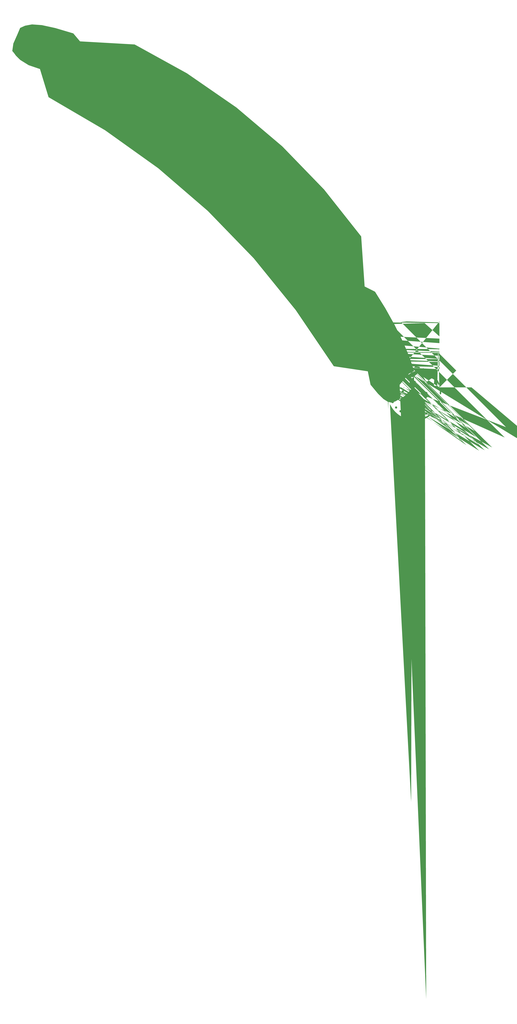
<source format=gbr>
%TF.GenerationSoftware,KiCad,Pcbnew,8.0.5*%
%TF.CreationDate,2024-12-13T13:51:08-05:00*%
%TF.ProjectId,GRRCoaster,47525243-6f61-4737-9465-722e6b696361,rev?*%
%TF.SameCoordinates,Original*%
%TF.FileFunction,Soldermask,Top*%
%TF.FilePolarity,Negative*%
%FSLAX46Y46*%
G04 Gerber Fmt 4.6, Leading zero omitted, Abs format (unit mm)*
G04 Created by KiCad (PCBNEW 8.0.5) date 2024-12-13 13:51:08*
%MOMM*%
%LPD*%
G01*
G04 APERTURE LIST*
G04 Aperture macros list*
%AMFreePoly0*
4,1,84,41.241995,49.128846,42.775100,49.066957,44.137777,48.972647,45.241887,48.846624,45.303193,48.837260,46.453861,48.646993,47.295166,48.476554,47.876142,48.308927,48.245821,48.127099,48.453236,47.914055,48.533664,47.716276,48.559805,47.105540,48.332448,46.647554,47.980326,46.445300,47.625689,46.428998,47.017726,46.471818,46.256924,46.564919,45.785595,46.638409,44.402104,46.820137,42.764160,46.951913,
40.974358,47.031956,39.135291,47.058487,37.349557,47.029724,35.719749,46.943887,34.594784,46.832631,30.843583,46.179497,27.232746,45.195673,23.770279,43.885081,20.464192,42.251642,17.322492,40.299275,14.353187,38.031902,11.764317,35.654832,9.207587,32.852895,6.964887,29.874846,5.036877,26.721754,3.424220,23.394690,2.242074,20.249645,1.499172,17.755886,0.954273,15.371896,0.589849,12.984470,
0.388367,10.480401,0.331886,7.914654,0.347541,6.564395,0.397012,5.328421,0.489015,4.104257,0.632266,2.789426,0.835483,1.281454,0.977905,0.319850,1.016512,-0.219354,0.899764,-0.579115,0.709567,-0.806037,0.262664,-1.130911,-0.160079,-1.123590,-0.561426,-0.871986,-0.769792,-0.647981,-0.944553,-0.314554,-1.097496,0.176991,-1.240406,0.875349,-1.385066,1.829216,-1.543264,3.087287,
-1.565618,3.277249,-1.822577,6.982069,-1.736572,10.697381,-1.316888,14.391736,-0.572809,18.033681,0.486381,21.591765,1.851397,25.034536,3.512955,28.330544,5.461771,31.448336,7.565836,34.210638,10.226593,37.117001,13.092208,39.728423,16.153700,42.039924,19.402091,44.046525,22.828399,45.743245,26.423645,47.125106,30.178848,48.187128,34.085029,48.924330,34.104965,48.927198,35.168105,49.038033,
36.501519,49.112908,38.017065,49.152530,39.626604,49.157606,41.241995,49.128846,41.241995,49.128846,$1*%
%AMFreePoly1*
4,1,70,-0.131838,1.367689,0.265498,1.015845,0.694977,0.365692,0.990318,-0.191067,2.751284,-3.306300,4.823492,-6.261480,7.218508,-9.072449,8.264317,-10.154833,11.066844,-12.710404,14.049181,-14.954600,17.203320,-16.883499,20.521255,-18.493181,23.994975,-19.779725,27.616474,-20.739210,31.094784,-21.332632,32.753455,-21.485408,34.636807,-21.560768,36.634532,-21.561187,38.636322,-21.489141,40.531868,-21.347103,
42.210864,-21.137551,42.584398,-21.074806,46.289112,-20.235819,49.846291,-19.068198,53.256904,-17.571561,56.521922,-15.745526,57.137050,-15.354069,58.017641,-14.816646,58.676349,-14.506987,59.162477,-14.415663,59.525326,-14.533241,59.809344,-14.842841,59.980209,-15.228059,59.947649,-15.605713,59.683770,-16.014246,59.160676,-16.492102,58.350473,-17.077726,58.034914,-17.288306,55.475548,-18.801824,52.654784,-20.159211,
49.647032,-21.334863,46.526703,-22.303174,43.368207,-23.038540,40.245955,-23.515355,39.805948,-23.560996,38.300381,-23.666314,36.601095,-23.717277,34.848784,-23.713954,33.184145,-23.656413,31.865958,-23.557178,28.060966,-22.991762,24.354177,-22.088977,20.767098,-20.858771,17.321236,-19.311087,14.038098,-17.455874,10.939191,-15.303076,8.046022,-12.862639,7.385713,-12.236256,4.765579,-9.491567,2.494155,-6.679196,
0.564682,-3.790171,-0.682954,-1.526241,-1.135484,-0.570827,-1.394165,0.134846,-1.464494,0.641150,-1.351966,0.998454,-1.062077,1.257129,-0.991023,1.297352,-0.537267,1.451450,-0.131838,1.367689,-0.131838,1.367689,$1*%
%AMFreePoly2*
4,1,200,36.429915,13.462803,36.590039,13.351834,36.661022,13.245674,36.759742,12.887684,36.723247,12.707936,36.541745,12.537108,36.124158,12.195763,35.524723,11.726733,34.797679,11.172848,34.439008,10.904108,32.299798,9.264703,29.979868,7.399926,27.458954,5.293223,25.346467,3.476952,24.472159,2.709749,23.468475,1.816864,22.377402,0.836764,21.240924,-0.192080,20.101025,-1.231200,18.999691,-2.242126,
17.978906,-3.186389,17.080655,-4.025521,16.346922,-4.721051,15.819693,-5.234512,15.648743,-5.408735,15.052804,-6.033809,15.446153,-6.788464,15.734642,-7.701475,15.683961,-8.624777,15.299626,-9.481867,15.246493,-9.556348,14.851937,-10.090015,16.556812,-11.825504,16.891561,-12.169758,17.458640,-12.757223,18.241486,-13.570619,19.223535,-14.592664,20.388224,-15.806078,21.718989,-17.193579,23.199267,-18.737887,
24.812495,-20.421720,26.542108,-22.227799,28.371543,-24.138841,30.284237,-26.137567,32.263626,-28.206695,34.293147,-30.328944,34.709625,-30.764540,36.731992,-32.879724,38.697609,-34.935381,40.590808,-36.915135,42.395921,-38.802607,44.097282,-40.581421,45.679221,-42.235200,47.126072,-43.747568,48.422165,-45.102146,49.551835,-46.282558,50.499412,-47.272428,51.249229,-48.055378,51.785618,-48.615031,52.092912,-48.935010,
52.134278,-48.977886,52.679800,-49.581279,53.005307,-50.060865,53.172361,-50.517598,53.212780,-50.746566,53.314567,-51.505446,50.894950,-53.925064,50.038621,-54.775883,49.390427,-55.401682,48.907817,-55.836207,48.548238,-56.113206,48.269141,-56.266428,48.027975,-56.329618,47.852206,-56.338298,47.303844,-56.270266,46.852972,-56.115326,46.849110,-56.113121,46.677730,-55.965419,46.260910,-55.581975,45.613119,-54.976549,
44.748826,-54.162902,43.682498,-53.154796,42.428605,-51.965992,41.001615,-50.610251,39.415997,-49.101334,37.686217,-47.453002,35.826746,-45.679018,33.852052,-43.793141,31.776602,-41.809133,29.614866,-39.740756,27.381312,-37.601770,26.696212,-36.945305,6.923283,-17.996282,6.389812,-18.390695,5.802074,-18.665316,5.063354,-18.795487,4.305825,-18.779117,3.661658,-18.614113,3.379494,-18.438357,3.140133,-18.244048,
2.946056,-18.219074,2.689654,-18.391648,2.348796,-18.708570,1.897643,-19.159181,1.245620,-19.839131,0.430075,-20.707469,-0.511645,-21.723245,-1.542192,-22.845508,-2.624216,-24.033307,-3.720371,-25.245692,-4.793308,-26.441713,-5.805678,-27.580420,-6.720134,-28.620861,-7.274290,-29.259826,-9.038933,-31.335280,-10.713857,-33.357121,-12.256002,-35.272041,-13.622307,-37.026732,-14.559574,-38.278974,-15.117917,-39.025103,
-15.524124,-39.513781,-15.826599,-39.786867,-16.073748,-39.886220,-16.313977,-39.853701,-16.360992,-39.836776,-16.519322,-39.714435,-16.599098,-39.468963,-16.596064,-39.056836,-16.505960,-38.434530,-16.324531,-37.558519,-16.047518,-36.385279,-16.007281,-36.220944,-14.718105,-31.716000,-13.085476,-27.285098,-11.123688,-22.959601,-8.847034,-18.770873,-6.269809,-14.750276,-6.131602,-14.551774,-5.566803,-13.750445,-5.038669,-13.013199,
-4.599401,-12.412088,-4.301195,-12.019162,-4.259145,-11.967135,-3.834747,-11.454129,-4.354366,-10.862315,-4.861854,-10.050693,-5.021842,-9.185295,-4.831427,-8.307927,-4.583631,-7.796176,-4.332503,-7.395955,-4.288165,-7.342427,-4.178798,-7.163652,-4.219811,-6.959254,-4.449923,-6.658113,-4.907854,-6.189107,-4.925532,-6.171684,-5.408416,-5.640981,-5.726868,-5.179481,-5.822695,-4.904156,-5.716323,-4.665384,
-5.420287,-4.190841,-4.969207,-3.526712,-4.397703,-2.719184,-3.740395,-1.814445,-3.031902,-0.858682,-2.306845,0.101920,-1.599843,1.021171,-0.945516,1.852887,-0.378485,2.550879,0.066632,3.068961,0.355214,3.360945,0.394647,3.390509,0.746997,3.538927,1.126706,3.501318,1.583711,3.251824,2.167949,2.764588,2.802293,2.143784,3.951395,0.973956,4.513641,1.316801,5.355899,1.631596,
6.270411,1.640310,7.159464,1.354534,7.778015,0.929575,7.975132,0.774320,8.164764,0.739275,8.427674,0.851990,8.844626,1.140013,9.219149,1.421154,12.818081,3.952912,16.620490,6.266879,20.571352,8.336605,24.615644,10.135638,28.698342,11.637528,32.764424,12.815823,33.087944,12.895460,34.257754,13.174488,35.128085,13.365956,35.747709,13.474644,36.165395,13.505333,36.429915,13.462803,
36.429915,13.462803,$1*%
%AMFreePoly3*
4,1,45,-0.231823,4.010025,0.367078,3.872777,1.136590,3.671384,2.001110,3.428227,2.885036,3.165687,3.712766,2.906144,4.408697,2.671978,4.897228,2.485571,5.094896,2.379469,5.204740,2.139687,5.374874,1.612642,5.586789,0.862633,5.821972,-0.046042,5.976644,-0.683251,6.651533,-3.535761,5.049217,-5.154665,4.192439,-5.996773,3.527202,-6.590561,3.014118,-6.964253,2.613799,-7.146073,
2.286858,-7.164243,2.254063,-7.157550,2.055606,-7.013252,1.646890,-6.641254,1.063837,-6.076918,0.342368,-5.355602,-0.481594,-4.512665,-1.303738,-3.655458,-2.332283,-2.566602,-3.131508,-1.702482,-3.726570,-1.032790,-4.142623,-0.527221,-4.404822,-0.155465,-4.538323,0.112785,-4.569411,0.279092,-4.518195,0.538132,-4.338712,0.848565,-3.992205,1.256999,-3.439921,1.810042,-2.789483,2.419657,
-1.877958,3.228250,-1.193295,3.763515,-0.731310,4.028569,-0.584512,4.060748,-0.231823,4.010025,-0.231823,4.010025,$1*%
%AMFreePoly4*
4,1,47,-0.234494,0.876837,0.366711,0.619430,1.156522,0.228168,2.077968,-0.266063,3.074079,-0.832377,4.087884,-1.439887,5.062412,-2.057709,5.371885,-2.262752,8.341823,-4.464572,11.121412,-6.946779,13.679999,-9.673320,15.986930,-12.608143,18.011549,-15.715198,19.723204,-18.958430,19.907252,-19.357562,20.379812,-20.427144,20.696990,-21.227643,20.870725,-21.809050,20.912956,-22.221355,20.835622,-22.514550,
20.703044,-22.689662,20.290990,-22.917244,19.780161,-22.980376,19.337444,-22.870749,19.206015,-22.764185,19.058243,-22.511175,18.808387,-22.008506,18.495980,-21.337803,18.268103,-20.827660,16.599127,-17.467833,14.635755,-14.312906,12.384904,-11.370259,9.853492,-8.647271,7.048435,-6.151319,3.976650,-3.889784,0.645055,-1.870044,0.343263,-1.706064,-0.453333,-1.266862,-0.982113,-0.941929,-1.298782,-0.686986,
-1.459045,-0.457752,-1.516694,-0.227581,-1.437117,0.317884,-1.127714,0.753156,-0.676793,0.964144,-0.590123,0.969503,-0.234494,0.876837,-0.234494,0.876837,$1*%
%AMFreePoly5*
4,1,26,1.378748,2.325515,1.587675,2.052557,1.648659,1.819604,1.605728,1.428271,1.447181,0.821254,1.161314,-0.058749,1.149359,-0.093736,0.744375,-1.183684,0.375812,-1.944481,0.016927,-2.401678,-0.359024,-2.580829,-0.778786,-2.507484,-1.152115,-2.292623,-1.376444,-2.101937,-1.496969,-1.873491,-1.507365,-1.546690,-1.401312,-1.060937,-1.172484,-0.355638,-0.859959,0.507139,-0.535262,1.355720,
-0.283280,1.924112,-0.067586,2.275480,0.148245,2.472988,0.320469,2.554075,0.898835,2.610789,1.378748,2.325515,1.378748,2.325515,$1*%
%AMFreePoly6*
4,1,233,-24.555698,15.868867,-24.476524,15.848980,-24.309259,15.670949,-23.988980,15.229565,-23.546600,14.571272,-23.013031,13.742516,-22.419187,12.789743,-22.184076,12.404707,-21.514062,11.305192,-20.998390,10.475220,-20.606342,9.875210,-20.307202,9.465579,-20.070253,9.206748,-19.864777,9.059135,-19.660059,8.983159,-19.504640,8.952054,-18.994004,8.860050,-18.611556,8.780567,-18.585106,8.774038,-18.370208,8.861618,
-17.921251,9.145452,-17.283045,9.593676,-16.500397,10.174428,-15.618116,10.855843,-15.269730,11.131611,-14.116197,12.037602,-13.210306,12.718338,-12.530877,13.188436,-12.056726,13.462510,-11.766671,13.555175,-11.756964,13.555311,-11.381436,13.467562,-10.812042,13.237236,-10.130811,12.909126,-9.419772,12.528026,-8.760954,12.138731,-8.236388,11.786032,-7.928101,11.514726,-7.884154,11.440483,-7.870582,11.172778,
-7.887702,10.604624,-7.932180,9.794243,-8.000682,8.799860,-8.089872,7.679697,-8.118814,7.343262,-8.449697,3.560283,-7.773231,2.862733,-7.096764,2.165183,-3.248382,2.349027,-1.850469,2.406915,-0.704658,2.435810,0.160667,2.435613,0.717121,2.406223,0.917130,2.363701,1.149865,2.118107,1.470843,1.625518,1.835822,0.973983,2.200562,0.251546,2.520821,-0.453744,2.752358,-1.053841,
2.850931,-1.460699,2.851774,-1.486537,2.768033,-1.761348,2.504553,-2.197004,2.042942,-2.818429,1.364809,-3.650547,0.554965,-4.599268,-0.172514,-5.440743,-0.830740,-6.204728,-1.378638,-6.843336,-1.775130,-7.308684,-1.979141,-7.552887,-1.984658,-7.559834,-2.133549,-7.936307,-2.131038,-8.542088,-2.104648,-8.761107,-1.981824,-9.654143,1.319201,-11.836115,2.287991,-12.484094,3.152592,-13.076895,
3.868155,-13.582575,4.389830,-13.969193,4.672766,-14.204806,4.709475,-14.250667,4.717314,-14.528799,4.661393,-15.066568,4.558141,-15.772367,4.423989,-16.554587,4.275365,-17.321620,4.128698,-17.981857,4.000418,-18.443690,3.929233,-18.601251,3.711193,-18.699527,3.194989,-18.861441,2.434144,-19.072392,1.482180,-19.317782,0.392620,-19.583010,-0.053882,-19.687708,-1.308943,-19.980816,-2.260096,-20.210819,
-2.954847,-20.394063,-3.440702,-20.546895,-3.765166,-20.685659,-3.975746,-20.826703,-4.119947,-20.986373,-4.205818,-21.116337,-4.416125,-21.479785,-4.552239,-21.814280,-4.605905,-22.173774,-4.568868,-22.612215,-4.432870,-23.183554,-4.189657,-23.941742,-3.830973,-24.940728,-3.473713,-25.900482,-3.082423,-26.965369,-2.739351,-27.937130,-2.463960,-28.757479,-2.275714,-29.368127,-2.194075,-29.710788,-2.192198,-29.738334,
-2.324413,-30.067286,-2.675518,-30.547317,-3.177199,-31.111971,-3.761145,-31.694797,-4.359043,-32.229341,-4.902581,-32.649151,-5.323446,-32.887772,-5.461280,-32.918440,-5.696011,-32.838062,-6.064487,-32.582611,-6.591183,-32.130612,-7.300574,-31.460593,-8.217134,-30.551077,-8.592304,-30.171277,-10.228500,-28.507151,-11.628960,-27.079817,-12.811571,-25.870177,-13.794222,-24.859135,-14.594798,-24.027591,-15.231188,-23.356448,
-15.721278,-22.826609,-16.082956,-22.418975,-16.334109,-22.114448,-16.492624,-21.893931,-16.576388,-21.738326,-16.603289,-21.628534,-16.603546,-21.617818,-16.474467,-21.314117,-16.112350,-20.821064,-15.554869,-20.187041,-15.207446,-19.824976,-13.873703,-18.297586,-12.863790,-16.739784,-12.142189,-15.095219,-12.049184,-14.814185,-11.756187,-13.486817,-11.633755,-11.985407,-11.679967,-10.443254,-11.892905,-8.993659,-12.146045,-8.088660,
-12.975968,-6.248015,-14.066802,-4.618123,-15.384592,-3.219559,-16.895386,-2.072891,-18.565230,-1.198693,-20.360169,-0.617536,-22.246250,-0.349990,-24.189519,-0.416627,-24.688936,-0.489367,-26.206352,-0.899813,-27.793030,-1.617309,-29.391378,-2.611694,-30.697642,-3.636100,-31.353744,-4.177720,-31.941744,-4.617039,-32.393037,-4.905626,-32.624522,-4.996454,-32.716659,-4.976048,-32.849971,-4.903078,-33.042361,-4.759915,
-33.311731,-4.528932,-33.675983,-4.192501,-34.153019,-3.732994,-34.760742,-3.132783,-35.517054,-2.374241,-36.439856,-1.439738,-37.547053,-0.311649,-38.856544,1.027656,-40.386234,2.595805,-41.598134,3.839637,-42.432162,4.713255,-43.025001,5.377813,-43.402696,5.865898,-43.591289,6.210093,-43.624822,6.375419,-43.491481,6.726802,-43.137253,7.225325,-42.630833,7.803775,-42.040914,8.394939,-41.436191,8.931603,
-40.885356,9.346554,-40.457104,9.572578,-40.334292,9.595035,-40.037034,9.527635,-39.465525,9.339423,-38.676722,9.051380,-37.727582,8.684489,-36.675063,8.259730,-36.395663,8.144134,-32.906668,6.693233,-32.055286,7.091999,-31.793933,7.208191,-31.587848,7.308169,-31.419482,7.433319,-31.271284,7.625030,-31.125704,7.924688,-30.965192,8.373679,-30.772197,9.013391,-30.529169,9.885210,-30.218559,11.030524,
-29.924412,12.117021,-29.610822,13.214902,-29.321332,14.119146,-29.072917,14.781334,-28.882555,15.153046,-28.844840,15.195981,-28.541022,15.331239,-27.973967,15.477409,-27.239834,15.620119,-26.434782,15.744995,-25.654970,15.837661,-24.996556,15.883743,-24.555698,15.868867,-24.555698,15.868867,$1*%
%AMFreePoly7*
4,1,27,0.427046,2.775070,0.716546,2.580835,0.910931,2.192198,1.035284,1.556051,1.114688,0.619285,1.122130,0.488820,1.161896,-0.341896,1.164267,-0.894274,1.118649,-1.249261,1.014444,-1.487803,0.841059,-1.690848,0.836175,-1.695741,0.313789,-2.029972,-0.212134,-2.006763,-0.629787,-1.720568,-0.795126,-1.512169,-0.901231,-1.233468,-0.960654,-0.806784,-0.985946,-0.154435,-0.990070,0.509148,
-0.973344,1.467894,-0.907038,2.122932,-0.766963,2.529943,-0.528929,2.744608,-0.168744,2.822607,0.017348,2.828014,0.427046,2.775070,0.427046,2.775070,$1*%
G04 Aperture macros list end*
%ADD10FreePoly0,0.000000*%
%ADD11FreePoly1,0.000000*%
%ADD12FreePoly2,0.000000*%
%ADD13FreePoly3,0.000000*%
%ADD14FreePoly4,0.000000*%
%ADD15FreePoly5,0.000000*%
%ADD16FreePoly6,0.000000*%
%ADD17FreePoly7,0.000000*%
%ADD18C,3.290000*%
G04 APERTURE END LIST*
D10*
%TO.C,G1*%
X19822577Y-66907606D03*
D11*
X23322577Y-76407606D03*
D12*
X37322577Y-33907606D03*
D13*
X74259364Y-59185376D03*
D14*
X76822577Y-22407606D03*
D15*
X96822577Y-72907606D03*
D16*
X97822577Y-49407606D03*
D17*
X99322577Y-57907606D03*
D18*
X27322577Y-71607606D03*
X30722577Y-67807606D03*
X32422577Y-79707606D03*
X38322577Y-59407606D03*
X39122577Y-85407606D03*
X42522577Y-55507606D03*
X42922577Y-69907606D03*
X47622577Y-75407606D03*
X51922577Y-64307606D03*
X52822577Y-80507606D03*
X53822577Y-73207606D03*
X57422577Y-84507606D03*
X58422577Y-93907606D03*
X66622577Y-93107606D03*
X73422577Y-91707606D03*
X77822577Y-88807606D03*
%TD*%
M02*

</source>
